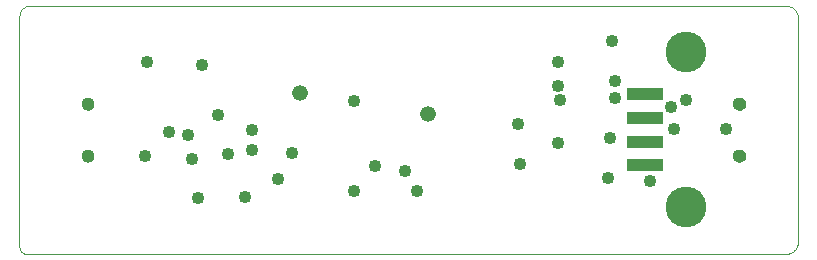
<source format=gbs>
G75*
%MOIN*%
%OFA0B0*%
%FSLAX24Y24*%
%IPPOS*%
%LPD*%
%AMOC8*
5,1,8,0,0,1.08239X$1,22.5*
%
%ADD10C,0.0000*%
%ADD11C,0.0444*%
%ADD12C,0.1360*%
%ADD13R,0.1231X0.0404*%
%ADD14C,0.0426*%
%ADD15C,0.0522*%
D10*
X000872Y000527D02*
X026208Y000527D01*
X026208Y000528D02*
X026246Y000530D01*
X026283Y000535D01*
X026320Y000545D01*
X026356Y000557D01*
X026390Y000574D01*
X026422Y000593D01*
X026453Y000616D01*
X026481Y000641D01*
X026506Y000669D01*
X026529Y000700D01*
X026548Y000732D01*
X026565Y000766D01*
X026577Y000802D01*
X026587Y000839D01*
X026592Y000876D01*
X026594Y000914D01*
X026594Y008399D01*
X026592Y008438D01*
X026586Y008476D01*
X026577Y008514D01*
X026564Y008551D01*
X026547Y008586D01*
X026527Y008619D01*
X026504Y008650D01*
X026478Y008679D01*
X026449Y008705D01*
X026418Y008728D01*
X026385Y008748D01*
X026350Y008765D01*
X026313Y008778D01*
X026275Y008787D01*
X026237Y008793D01*
X026198Y008795D01*
X000984Y008795D01*
X000949Y008793D01*
X000915Y008788D01*
X000881Y008779D01*
X000848Y008766D01*
X000817Y008750D01*
X000788Y008731D01*
X000761Y008709D01*
X000736Y008684D01*
X000714Y008657D01*
X000695Y008628D01*
X000679Y008597D01*
X000666Y008564D01*
X000657Y008530D01*
X000652Y008496D01*
X000650Y008461D01*
X000649Y008461D02*
X000649Y000750D01*
X000651Y000721D01*
X000657Y000692D01*
X000666Y000665D01*
X000679Y000639D01*
X000695Y000614D01*
X000714Y000592D01*
X000736Y000573D01*
X000760Y000557D01*
X000787Y000544D01*
X000814Y000535D01*
X000843Y000529D01*
X000872Y000527D01*
X002721Y003795D02*
X002723Y003822D01*
X002729Y003849D01*
X002738Y003875D01*
X002751Y003899D01*
X002767Y003922D01*
X002786Y003941D01*
X002808Y003958D01*
X002832Y003972D01*
X002857Y003982D01*
X002884Y003989D01*
X002911Y003992D01*
X002939Y003991D01*
X002966Y003986D01*
X002992Y003978D01*
X003016Y003966D01*
X003039Y003950D01*
X003060Y003932D01*
X003077Y003911D01*
X003092Y003887D01*
X003103Y003862D01*
X003111Y003836D01*
X003115Y003809D01*
X003115Y003781D01*
X003111Y003754D01*
X003103Y003728D01*
X003092Y003703D01*
X003077Y003679D01*
X003060Y003658D01*
X003039Y003640D01*
X003017Y003624D01*
X002992Y003612D01*
X002966Y003604D01*
X002939Y003599D01*
X002911Y003598D01*
X002884Y003601D01*
X002857Y003608D01*
X002832Y003618D01*
X002808Y003632D01*
X002786Y003649D01*
X002767Y003668D01*
X002751Y003691D01*
X002738Y003715D01*
X002729Y003741D01*
X002723Y003768D01*
X002721Y003795D01*
X002721Y005527D02*
X002723Y005554D01*
X002729Y005581D01*
X002738Y005607D01*
X002751Y005631D01*
X002767Y005654D01*
X002786Y005673D01*
X002808Y005690D01*
X002832Y005704D01*
X002857Y005714D01*
X002884Y005721D01*
X002911Y005724D01*
X002939Y005723D01*
X002966Y005718D01*
X002992Y005710D01*
X003016Y005698D01*
X003039Y005682D01*
X003060Y005664D01*
X003077Y005643D01*
X003092Y005619D01*
X003103Y005594D01*
X003111Y005568D01*
X003115Y005541D01*
X003115Y005513D01*
X003111Y005486D01*
X003103Y005460D01*
X003092Y005435D01*
X003077Y005411D01*
X003060Y005390D01*
X003039Y005372D01*
X003017Y005356D01*
X002992Y005344D01*
X002966Y005336D01*
X002939Y005331D01*
X002911Y005330D01*
X002884Y005333D01*
X002857Y005340D01*
X002832Y005350D01*
X002808Y005364D01*
X002786Y005381D01*
X002767Y005400D01*
X002751Y005423D01*
X002738Y005447D01*
X002729Y005473D01*
X002723Y005500D01*
X002721Y005527D01*
X024452Y005527D02*
X024454Y005554D01*
X024460Y005581D01*
X024469Y005607D01*
X024482Y005631D01*
X024498Y005654D01*
X024517Y005673D01*
X024539Y005690D01*
X024563Y005704D01*
X024588Y005714D01*
X024615Y005721D01*
X024642Y005724D01*
X024670Y005723D01*
X024697Y005718D01*
X024723Y005710D01*
X024747Y005698D01*
X024770Y005682D01*
X024791Y005664D01*
X024808Y005643D01*
X024823Y005619D01*
X024834Y005594D01*
X024842Y005568D01*
X024846Y005541D01*
X024846Y005513D01*
X024842Y005486D01*
X024834Y005460D01*
X024823Y005435D01*
X024808Y005411D01*
X024791Y005390D01*
X024770Y005372D01*
X024748Y005356D01*
X024723Y005344D01*
X024697Y005336D01*
X024670Y005331D01*
X024642Y005330D01*
X024615Y005333D01*
X024588Y005340D01*
X024563Y005350D01*
X024539Y005364D01*
X024517Y005381D01*
X024498Y005400D01*
X024482Y005423D01*
X024469Y005447D01*
X024460Y005473D01*
X024454Y005500D01*
X024452Y005527D01*
X024452Y003795D02*
X024454Y003822D01*
X024460Y003849D01*
X024469Y003875D01*
X024482Y003899D01*
X024498Y003922D01*
X024517Y003941D01*
X024539Y003958D01*
X024563Y003972D01*
X024588Y003982D01*
X024615Y003989D01*
X024642Y003992D01*
X024670Y003991D01*
X024697Y003986D01*
X024723Y003978D01*
X024747Y003966D01*
X024770Y003950D01*
X024791Y003932D01*
X024808Y003911D01*
X024823Y003887D01*
X024834Y003862D01*
X024842Y003836D01*
X024846Y003809D01*
X024846Y003781D01*
X024842Y003754D01*
X024834Y003728D01*
X024823Y003703D01*
X024808Y003679D01*
X024791Y003658D01*
X024770Y003640D01*
X024748Y003624D01*
X024723Y003612D01*
X024697Y003604D01*
X024670Y003599D01*
X024642Y003598D01*
X024615Y003601D01*
X024588Y003608D01*
X024563Y003618D01*
X024539Y003632D01*
X024517Y003649D01*
X024498Y003668D01*
X024482Y003691D01*
X024469Y003715D01*
X024460Y003741D01*
X024454Y003768D01*
X024452Y003795D01*
D11*
X024649Y003795D03*
X024649Y005527D03*
X002918Y005527D03*
X002918Y003795D03*
D12*
X022854Y002076D03*
X022854Y007246D03*
D13*
X021496Y005842D03*
X021496Y005055D03*
X021496Y004268D03*
X021496Y003480D03*
D14*
X020256Y003047D03*
X021673Y002968D03*
X018602Y004228D03*
X020335Y004386D03*
X022461Y004701D03*
X024193Y004701D03*
X022382Y005409D03*
X022854Y005646D03*
X020492Y005724D03*
X020492Y006275D03*
X018602Y006118D03*
X018681Y005646D03*
X017264Y004858D03*
X017342Y003520D03*
X013903Y002606D03*
X013484Y003283D03*
X012511Y003462D03*
X011807Y002606D03*
X009269Y003026D03*
X008163Y002406D03*
X006591Y002397D03*
X006399Y003699D03*
X007603Y003856D03*
X008399Y003981D03*
X009741Y003893D03*
X008399Y004652D03*
X007274Y005152D03*
X005621Y004601D03*
X006274Y004481D03*
X004825Y003777D03*
X011788Y005625D03*
X006749Y006806D03*
X004901Y006905D03*
X018602Y006905D03*
X020413Y007614D03*
D15*
X014272Y005173D03*
X010011Y005875D03*
M02*

</source>
